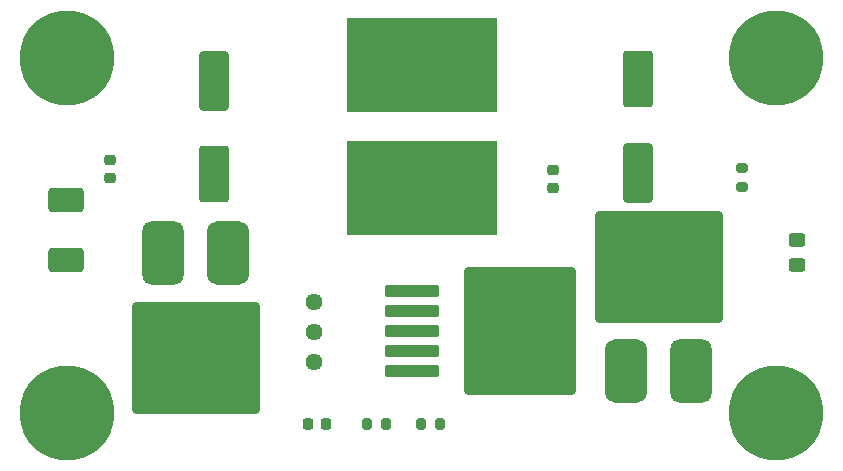
<source format=gbr>
%TF.GenerationSoftware,KiCad,Pcbnew,8.0.5*%
%TF.CreationDate,2024-10-21T04:05:45+03:00*%
%TF.ProjectId,DC36_DC5,44433336-5f44-4433-952e-6b696361645f,rev?*%
%TF.SameCoordinates,Original*%
%TF.FileFunction,Soldermask,Top*%
%TF.FilePolarity,Negative*%
%FSLAX46Y46*%
G04 Gerber Fmt 4.6, Leading zero omitted, Abs format (unit mm)*
G04 Created by KiCad (PCBNEW 8.0.5) date 2024-10-21 04:05:45*
%MOMM*%
%LPD*%
G01*
G04 APERTURE LIST*
G04 Aperture macros list*
%AMRoundRect*
0 Rectangle with rounded corners*
0 $1 Rounding radius*
0 $2 $3 $4 $5 $6 $7 $8 $9 X,Y pos of 4 corners*
0 Add a 4 corners polygon primitive as box body*
4,1,4,$2,$3,$4,$5,$6,$7,$8,$9,$2,$3,0*
0 Add four circle primitives for the rounded corners*
1,1,$1+$1,$2,$3*
1,1,$1+$1,$4,$5*
1,1,$1+$1,$6,$7*
1,1,$1+$1,$8,$9*
0 Add four rect primitives between the rounded corners*
20,1,$1+$1,$2,$3,$4,$5,0*
20,1,$1+$1,$4,$5,$6,$7,0*
20,1,$1+$1,$6,$7,$8,$9,0*
20,1,$1+$1,$8,$9,$2,$3,0*%
G04 Aperture macros list end*
%ADD10RoundRect,0.250000X0.450000X-0.325000X0.450000X0.325000X-0.450000X0.325000X-0.450000X-0.325000X0*%
%ADD11C,0.800000*%
%ADD12C,8.000000*%
%ADD13RoundRect,0.887500X-0.887500X1.812500X-0.887500X-1.812500X0.887500X-1.812500X0.887500X1.812500X0*%
%ADD14RoundRect,0.250000X-5.150000X4.450000X-5.150000X-4.450000X5.150000X-4.450000X5.150000X4.450000X0*%
%ADD15RoundRect,0.880000X-0.880000X1.845000X-0.880000X-1.845000X0.880000X-1.845000X0.880000X1.845000X0*%
%ADD16RoundRect,0.225000X-0.225000X-0.250000X0.225000X-0.250000X0.225000X0.250000X-0.225000X0.250000X0*%
%ADD17RoundRect,0.251000X-1.004000X2.144000X-1.004000X-2.144000X1.004000X-2.144000X1.004000X2.144000X0*%
%ADD18RoundRect,0.251000X-1.004000X2.254000X-1.004000X-2.254000X1.004000X-2.254000X1.004000X2.254000X0*%
%ADD19RoundRect,0.887500X0.887500X-1.812500X0.887500X1.812500X-0.887500X1.812500X-0.887500X-1.812500X0*%
%ADD20RoundRect,0.250000X5.150000X-4.450000X5.150000X4.450000X-5.150000X4.450000X-5.150000X-4.450000X0*%
%ADD21RoundRect,0.880000X0.880000X-1.845000X0.880000X1.845000X-0.880000X1.845000X-0.880000X-1.845000X0*%
%ADD22RoundRect,0.251000X1.004000X-2.144000X1.004000X2.144000X-1.004000X2.144000X-1.004000X-2.144000X0*%
%ADD23RoundRect,0.251000X1.004000X-2.254000X1.004000X2.254000X-1.004000X2.254000X-1.004000X-2.254000X0*%
%ADD24RoundRect,0.250000X-1.250000X0.755000X-1.250000X-0.755000X1.250000X-0.755000X1.250000X0.755000X0*%
%ADD25RoundRect,0.225000X0.250000X-0.225000X0.250000X0.225000X-0.250000X0.225000X-0.250000X-0.225000X0*%
%ADD26RoundRect,0.200000X-0.200000X-0.275000X0.200000X-0.275000X0.200000X0.275000X-0.200000X0.275000X0*%
%ADD27R,12.800000X8.000000*%
%ADD28C,1.440000*%
%ADD29RoundRect,0.200000X-0.275000X0.200000X-0.275000X-0.200000X0.275000X-0.200000X0.275000X0.200000X0*%
%ADD30RoundRect,0.225000X-0.250000X0.225000X-0.250000X-0.225000X0.250000X-0.225000X0.250000X0.225000X0*%
%ADD31RoundRect,0.250000X-2.050000X-0.300000X2.050000X-0.300000X2.050000X0.300000X-2.050000X0.300000X0*%
%ADD32RoundRect,0.250002X-4.449998X-5.149998X4.449998X-5.149998X4.449998X5.149998X-4.449998X5.149998X0*%
G04 APERTURE END LIST*
D10*
%TO.C,D3*%
X155067000Y-98425000D03*
X155067000Y-96375000D03*
%TD*%
D11*
%TO.C,H1*%
X90498000Y-80954000D03*
X91310779Y-78991779D03*
X91310779Y-82916221D03*
X93273000Y-78179000D03*
D12*
X93273000Y-80954000D03*
D11*
X93273000Y-83729000D03*
X95235221Y-78991779D03*
X95235221Y-82916221D03*
X96048000Y-80954000D03*
%TD*%
D13*
%TO.C,D1*%
X106905000Y-97469000D03*
D14*
X104140000Y-106299000D03*
D15*
X101380000Y-97454000D03*
%TD*%
D16*
%TO.C,C5*%
X113652000Y-111887000D03*
X115202000Y-111887000D03*
%TD*%
D17*
%TO.C,C3*%
X141609000Y-82736000D03*
D18*
X141609000Y-90636000D03*
%TD*%
D19*
%TO.C,D2*%
X140589000Y-107442000D03*
D20*
X143354000Y-98612000D03*
D21*
X146114000Y-107457000D03*
%TD*%
D22*
%TO.C,C2*%
X105674000Y-90746000D03*
D23*
X105674000Y-82846000D03*
%TD*%
D24*
%TO.C,F1*%
X93173000Y-92954000D03*
X93173000Y-98054000D03*
%TD*%
D25*
%TO.C,C1*%
X96901000Y-91085000D03*
X96901000Y-89535000D03*
%TD*%
D12*
%TO.C,H3*%
X153273000Y-80954000D03*
%TD*%
D26*
%TO.C,R2*%
X123191000Y-111887000D03*
X124841000Y-111887000D03*
%TD*%
D27*
%TO.C,L1*%
X123273000Y-91941000D03*
X123273000Y-81541000D03*
%TD*%
D11*
%TO.C,H2*%
X90498000Y-110954000D03*
X91310779Y-108991779D03*
X91310779Y-112916221D03*
X93273000Y-108179000D03*
D12*
X93273000Y-110954000D03*
D11*
X93273000Y-113729000D03*
X95235221Y-108991779D03*
X95235221Y-112916221D03*
X96048000Y-110954000D03*
%TD*%
D12*
%TO.C,H4*%
X153273000Y-110954000D03*
%TD*%
D28*
%TO.C,RV1*%
X114173000Y-106680000D03*
X114173000Y-104140000D03*
X114173000Y-101600000D03*
%TD*%
D26*
%TO.C,R3*%
X118619000Y-111887000D03*
X120269000Y-111887000D03*
%TD*%
D29*
%TO.C,R1*%
X150368000Y-90234000D03*
X150368000Y-91884000D03*
%TD*%
D30*
%TO.C,C4*%
X134366000Y-90398000D03*
X134366000Y-91948000D03*
%TD*%
D31*
%TO.C,U1*%
X122428000Y-100642000D03*
X122428000Y-102342000D03*
X122428000Y-104042000D03*
D32*
X131578000Y-104042000D03*
D31*
X122428000Y-105742000D03*
X122428000Y-107442000D03*
%TD*%
M02*

</source>
